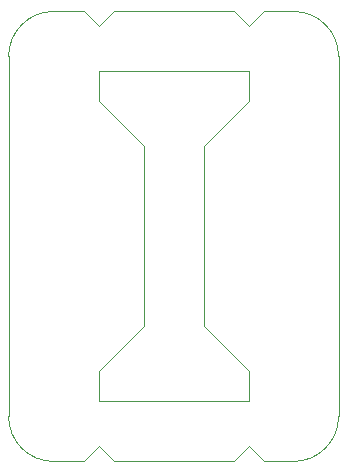
<source format=gm1>
G04 #@! TF.GenerationSoftware,KiCad,Pcbnew,6.0.9-8da3e8f707~116~ubuntu20.04.1*
G04 #@! TF.CreationDate,2023-04-19T17:51:41+00:00*
G04 #@! TF.ProjectId,LEC030301,4c454330-3330-4333-9031-2e6b69636164,rev?*
G04 #@! TF.SameCoordinates,Original*
G04 #@! TF.FileFunction,Profile,NP*
%FSLAX46Y46*%
G04 Gerber Fmt 4.6, Leading zero omitted, Abs format (unit mm)*
G04 Created by KiCad (PCBNEW 6.0.9-8da3e8f707~116~ubuntu20.04.1) date 2023-04-19 17:51:41*
%MOMM*%
%LPD*%
G01*
G04 APERTURE LIST*
G04 #@! TA.AperFunction,Profile*
%ADD10C,0.050000*%
G04 #@! TD*
G04 APERTURE END LIST*
D10*
X186690000Y-54610000D02*
X190500000Y-58420000D01*
X186690000Y-77470000D02*
X190500000Y-73660000D01*
X190500000Y-73660000D02*
X190500000Y-58420000D01*
X199390000Y-80010000D02*
X199390000Y-77470000D01*
X186690000Y-80010000D02*
X186690000Y-77470000D01*
X199390000Y-54610000D02*
X199390000Y-52070000D01*
X186690000Y-54610000D02*
X186690000Y-52070000D01*
X200660000Y-46990000D02*
X203200000Y-46990000D01*
X198120000Y-46990000D02*
X199390000Y-48260000D01*
X186690000Y-48260000D02*
X187960000Y-46990000D01*
X185420000Y-46990000D02*
X186690000Y-48260000D01*
X182880000Y-46990000D02*
X185420000Y-46990000D01*
X200660000Y-85090000D02*
X203200000Y-85090000D01*
X187960000Y-85090000D02*
X198120000Y-85090000D01*
X185420000Y-85090000D02*
X186690000Y-83820000D01*
X182880000Y-85090000D02*
X185420000Y-85090000D01*
X179070000Y-50800000D02*
X179070000Y-81280000D01*
X207010000Y-50800000D02*
X207010000Y-81280000D01*
X207010000Y-50800000D02*
G75*
G03*
X203200000Y-46990000I-3810000J0D01*
G01*
X179070000Y-81280000D02*
G75*
G03*
X182880000Y-85090000I3810000J0D01*
G01*
X182880000Y-46990000D02*
G75*
G03*
X179070000Y-50800000I0J-3810000D01*
G01*
X199390000Y-80010000D02*
X198120000Y-80010000D01*
X198120000Y-80010000D02*
X186690000Y-80010000D01*
X203200000Y-85090000D02*
G75*
G03*
X207010000Y-81280000I0J3810000D01*
G01*
X199390000Y-83820000D02*
X200660000Y-85090000D01*
X199390000Y-48260000D02*
X200660000Y-46990000D01*
X187960000Y-46990000D02*
X198120000Y-46990000D01*
X198120000Y-85090000D02*
X199390000Y-83820000D01*
X186690000Y-52070000D02*
X199390000Y-52070000D01*
X186690000Y-83820000D02*
X187960000Y-85090000D01*
X199390000Y-54610000D02*
X195580000Y-58420000D01*
X195580000Y-58420000D02*
X195580000Y-73660000D01*
X195580000Y-73660000D02*
X199390000Y-77470000D01*
M02*

</source>
